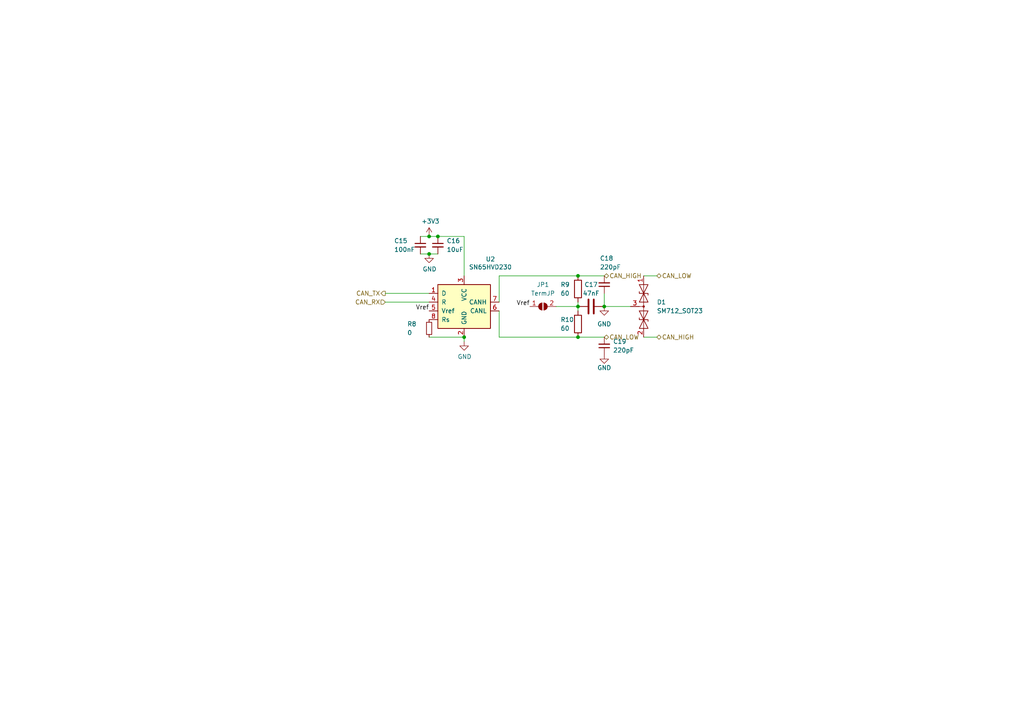
<source format=kicad_sch>
(kicad_sch (version 20230121) (generator eeschema)
  (paper "A4")
  (lib_symbols
    (symbol "Device:C" (pin_numbers hide) (pin_names (offset 0.254))
      (property "Reference" "C" (at 0.635 2.54 0))
      (property "Value" "C" (at 0.635 -2.54 0))
      (symbol "C_0_1"
        (polyline (pts (xy -2.032 -0.762) (xy 2.032 -0.762)) (stroke (width 0.508)))
        (polyline (pts (xy -2.032 0.762) (xy 2.032 0.762)) (stroke (width 0.508)))
      )
      (symbol "C_1_1"
        (pin passive line (at 0 3.81 270) (length 2.794) (name "~") (number "1"))
        (pin passive line (at 0 -3.81 90) (length 2.794) (name "~") (number "2"))
      )
    )
    (symbol "Device:C_Small" (pin_numbers hide) (pin_names (offset 0.254) hide)
      (property "Reference" "C" (at 0.254 1.778 0))
      (property "Value" "C_Small" (at 0.254 -2.032 0))
      (symbol "C_Small_0_1"
        (polyline (pts (xy -1.524 -0.508) (xy 1.524 -0.508)) (stroke (width 0.3302)))
        (polyline (pts (xy -1.524 0.508) (xy 1.524 0.508)) (stroke (width 0.3048)))
      )
      (symbol "C_Small_1_1"
        (pin passive line (at 0 2.54 270) (length 2.032) (name "~") (number "1"))
        (pin passive line (at 0 -2.54 90) (length 2.032) (name "~") (number "2"))
      )
    )
    (symbol "Device:R" (pin_numbers hide) (pin_names (offset 0))
      (property "Reference" "R" (at 2.032 0 90))
      (property "Value" "R" (at 0 0 90))
      (symbol "R_0_1"
        (rectangle (start -1.016 -2.54) (end 1.016 2.54) (stroke (width 0.254)))
      )
      (symbol "R_1_1"
        (pin passive line (at 0 3.81 270) (length 1.27) (name "~") (number "1"))
        (pin passive line (at 0 -3.81 90) (length 1.27) (name "~") (number "2"))
      )
    )
    (symbol "Device:R_Small" (pin_numbers hide) (pin_names (offset 0.254) hide)
      (property "Reference" "R" (at 0.762 0.508 0))
      (property "Value" "R_Small" (at 0.762 -1.016 0))
      (symbol "R_Small_0_1"
        (rectangle (start -0.762 1.778) (end 0.762 -1.778) (stroke (width 0.2032)))
      )
      (symbol "R_Small_1_1"
        (pin passive line (at 0 2.54 270) (length 0.762) (name "~") (number "1"))
        (pin passive line (at 0 -2.54 90) (length 0.762) (name "~") (number "2"))
      )
    )
    (symbol "Diode:SM712_SOT23" (pin_names (offset 1.016) hide)
      (property "Reference" "D" (at 0 4.445 0))
      (property "Value" "SM712_SOT23" (at 0 2.54 0))
      (symbol "SM712_SOT23_0_0"
        (polyline (pts (xy 0 -1.27) (xy 0 0)))
      )
      (symbol "SM712_SOT23_0_1"
        (polyline (pts (xy -6.35 0) (xy 6.35 0)))
        (polyline (pts (xy -3.302 1.27) (xy -3.81 1.27) (xy -3.81 -1.27) (xy -4.318 -1.27)) (stroke (width 0.2032)))
        (polyline (pts (xy 4.318 1.27) (xy 3.81 1.27) (xy 3.81 -1.27) (xy 3.302 -1.27)) (stroke (width 0.2032)))
        (polyline (pts (xy -6.35 -1.27) (xy -1.27 1.27) (xy -1.27 -1.27) (xy -6.35 1.27) (xy -6.35 -1.27)) (stroke (width 0.2032)))
        (polyline (pts (xy 1.27 -1.27) (xy 1.27 1.27) (xy 6.35 -1.27) (xy 6.35 1.27) (xy 1.27 -1.27)) (stroke (width 0.2032)))
        (circle (center 0 0) (radius 0.254) (fill (type outline)))
      )
      (symbol "SM712_SOT23_1_1"
        (pin passive line (at -8.89 0 0) (length 2.54) (name "A1") (number "1"))
        (pin passive line (at 8.89 0 180) (length 2.54) (name "A2") (number "2"))
        (pin input line (at 0 -3.81 90) (length 2.54) (name "common") (number "3"))
      )
    )
    (symbol "Interface_CAN_LIN:SN65HVD230" (pin_names (offset 1.016))
      (property "Reference" "U" (at -2.54 10.16 0))
      (property "Value" "SN65HVD230" (at -2.54 7.62 0))
      (symbol "SN65HVD230_0_1"
        (rectangle (start -7.62 5.08) (end 7.62 -7.62) (stroke (width 0.254)) (fill (type background)))
      )
      (symbol "SN65HVD230_1_1"
        (pin input line (at -10.16 2.54 0) (length 2.54) (name "D") (number "1"))
        (pin power_in line (at 0 -10.16 90) (length 2.54) (name "GND") (number "2"))
        (pin power_in line (at 0 7.62 270) (length 2.54) (name "VCC") (number "3"))
        (pin output line (at -10.16 0 0) (length 2.54) (name "R") (number "4"))
        (pin output line (at -10.16 -2.54 0) (length 2.54) (name "Vref") (number "5"))
        (pin bidirectional line (at 10.16 -2.54 180) (length 2.54) (name "CANL") (number "6"))
        (pin bidirectional line (at 10.16 0 180) (length 2.54) (name "CANH") (number "7"))
        (pin input line (at -10.16 -5.08 0) (length 2.54) (name "Rs") (number "8"))
      )
    )
    (symbol "Jumper:SolderJumper_2_Open" (pin_names (offset 0) hide)
      (property "Reference" "JP" (at 0 2.032 0))
      (property "Value" "SolderJumper_2_Open" (at 0 -2.54 0))
      (symbol "SolderJumper_2_Open_0_1"
        (arc (start -0.254 1.016) (mid -1.2656 0) (end -0.254 -1.016))
        (arc (start -0.254 1.016) (mid -1.2656 0) (end -0.254 -1.016) (fill (type outline)))
        (polyline (pts (xy -0.254 1.016) (xy -0.254 -1.016)))
        (polyline (pts (xy 0.254 1.016) (xy 0.254 -1.016)))
        (arc (start 0.254 -1.016) (mid 1.2656 0) (end 0.254 1.016))
        (arc (start 0.254 -1.016) (mid 1.2656 0) (end 0.254 1.016) (fill (type outline)))
      )
      (symbol "SolderJumper_2_Open_1_1"
        (pin passive line (at -3.81 0 0) (length 2.54) (name "A") (number "1"))
        (pin passive line (at 3.81 0 180) (length 2.54) (name "B") (number "2"))
      )
    )
    (symbol "power:+3.3V" (power) (pin_names (offset 0))
      (property "Value" "+3.3V" (at 0 3.556 0))
      (symbol "+3.3V_0_1"
        (polyline (pts (xy -0.762 1.27) (xy 0 2.54)))
        (polyline (pts (xy 0 0) (xy 0 2.54)))
        (polyline (pts (xy 0 2.54) (xy 0.762 1.27)))
      )
      (symbol "+3.3V_1_1"
        (pin power_in line (at 0 0 90) (length 0) hide (name "+3V3") (number "1"))
      )
    )
    (symbol "power:GND" (power) (pin_names (offset 0))
      (property "Value" "GND" (at 0 -3.81 0))
      (symbol "GND_0_1"
        (polyline (pts (xy 0 0) (xy 0 -1.27) (xy 1.27 -1.27) (xy 0 -2.54) (xy -1.27 -1.27) (xy 0 -1.27)))
      )
      (symbol "GND_1_1"
        (pin power_in line (at 0 0 270) (length 0) hide (name "GND") (number "1"))
      )
    )
  )
  (junction (at 124.46 73.66))
  (junction (at 167.64 88.9))
  (junction (at 124.46 68.58))
  (junction (at 167.64 80.01))
  (junction (at 175.26 88.9))
  (junction (at 167.64 97.79))
  (junction (at 127 68.58))
  (junction (at 134.62 97.79))
  (wire (pts (xy 186.69 97.79) (xy 190.5 97.79)))
  (wire (pts (xy 134.62 68.58) (xy 134.62 80.01)))
  (wire (pts (xy 121.92 73.66) (xy 124.46 73.66)))
  (wire (pts (xy 144.78 90.17) (xy 144.78 97.79)))
  (wire (pts (xy 175.26 85.09) (xy 175.26 88.9)))
  (wire (pts (xy 124.46 68.58) (xy 127 68.58)))
  (wire (pts (xy 175.26 88.9) (xy 182.88 88.9)))
  (wire (pts (xy 111.76 87.63) (xy 124.46 87.63)))
  (wire (pts (xy 167.64 97.79) (xy 175.26 97.79)))
  (wire (pts (xy 124.46 73.66) (xy 127 73.66)))
  (wire (pts (xy 167.64 88.9) (xy 167.64 90.17)))
  (wire (pts (xy 186.69 80.01) (xy 190.5 80.01)))
  (wire (pts (xy 111.76 85.09) (xy 124.46 85.09)))
  (wire (pts (xy 144.78 97.79) (xy 167.64 97.79)))
  (wire (pts (xy 167.64 87.63) (xy 167.64 88.9)))
  (wire (pts (xy 161.29 88.9) (xy 167.64 88.9)))
  (wire (pts (xy 124.46 97.79) (xy 134.62 97.79)))
  (wire (pts (xy 127 68.58) (xy 134.62 68.58)))
  (wire (pts (xy 121.92 68.58) (xy 124.46 68.58)))
  (wire (pts (xy 167.64 80.01) (xy 175.26 80.01)))
  (wire (pts (xy 134.62 99.06) (xy 134.62 97.79)))
  (wire (pts (xy 144.78 87.63) (xy 144.78 80.01)))
  (wire (pts (xy 144.78 80.01) (xy 167.64 80.01)))
  (label "Vref" (at 124.46 90.17 180))
  (label "Vref" (at 153.67 88.9 180))
  (hierarchical_label "CAN_RX" (shape input) (at 111.76 87.63 180))
  (hierarchical_label "CAN_HIGH" (shape bidirectional) (at 175.26 80.01 0))
  (hierarchical_label "CAN_TX" (shape output) (at 111.76 85.09 180))
  (hierarchical_label "CAN_HIGH" (shape bidirectional) (at 190.5 97.79 0))
  (hierarchical_label "CAN_LOW" (shape bidirectional) (at 190.5 80.01 0))
  (hierarchical_label "CAN_LOW" (shape bidirectional) (at 175.26 97.79 0))
  (symbol (lib_id "power:GND") (at 134.62 99.06 0) (unit 1)
    (property "Reference" "#PWR026" (effects hide))
    (property "Value" "GND" (at 134.747 103.4542 0))
  )
  (symbol (lib_id "power:+3.3V") (at 124.46 68.58 0) (unit 1)
    (property "Reference" "#PWR024" (effects hide))
    (property "Value" "+3.3V" (at 124.841 64.1858 0))
  )
  (symbol (lib_id "Interface_CAN_LIN:SN65HVD230") (at 134.62 87.63 0) (unit 1)
    (property "Reference" "U2" (at 142.24 75.1586 0))
    (property "Value" "SN65HVD230" (at 142.24 77.47 0))
    (property "Footprint" "Package_SO:SOIC-8_3.9x4.9mm_P1.27mm" (effects hide))
    (property "Datasheet" "http://www.ti.com/lit/ds/symlink/sn65hvd230.pdf" (effects hide))
  )
  (symbol (lib_id "Device:C_Small") (at 127 71.12 0) (unit 1)
    (property "Reference" "C16" (at 129.54 69.8562 0) (effects (justify left)))
    (property "Value" "10uF" (at 129.54 72.3962 0) (effects (justify left)))
    (property "Footprint" "Capacitor_SMD:C_0402_1005Metric" (effects hide))
  )
  (symbol (lib_id "Device:C_Small") (at 175.26 82.55 180) (unit 1)
    (property "Reference" "C18" (at 173.99 74.93 0) (effects (justify right)))
    (property "Value" "220pF" (at 173.99 77.47 0) (effects (justify right)))
    (property "Footprint" "Capacitor_SMD:C_0402_1005Metric" (effects hide))
  )
  (symbol (lib_id "Diode:SM712_SOT23") (at 186.69 88.9 270) (unit 1)
    (property "Reference" "D1" (at 190.5 87.63 90) (effects (justify left)))
    (property "Value" "SM712_SOT23" (at 190.5 90.17 90) (effects (justify left)))
    (property "Footprint" "Package_TO_SOT_SMD:SOT-23" (effects hide))
    (property "Datasheet" "https://www.littelfuse.com/~/media/electronics/datasheets/tvs_diode_arrays/littelfuse_tvs_diode_array_sm712_datasheet.pdf.pdf" (effects hide))
  )
  (symbol (lib_id "power:GND") (at 175.26 88.9 0) (unit 1)
    (property "Reference" "#PWR027" (effects hide))
    (property "Value" "GND" (at 175.26 93.98 0))
  )
  (symbol (lib_id "power:GND") (at 175.26 102.87 0) (unit 1)
    (property "Reference" "#PWR028" (effects hide))
    (property "Value" "GND" (at 175.26 106.68 0))
  )
  (symbol (lib_id "Device:C_Small") (at 121.92 71.12 0) (unit 1)
    (property "Reference" "C15" (at 114.3 69.85 0) (effects (justify left)))
    (property "Value" "100nF" (at 114.3 72.39 0) (effects (justify left)))
    (property "Footprint" "Capacitor_SMD:C_0402_1005Metric" (effects hide))
  )
  (symbol (lib_id "Device:R_Small") (at 124.46 95.25 0) (unit 1)
    (property "Reference" "R8" (at 118.11 93.98 0) (effects (justify left)))
    (property "Value" "0" (at 118.11 96.52 0) (effects (justify left)))
    (property "Footprint" "Resistor_SMD:R_0603_1608Metric" (effects hide))
  )
  (symbol (lib_id "Device:R") (at 167.64 93.98 0) (unit 1)
    (property "Reference" "R10" (at 162.56 92.71 0) (effects (justify left)))
    (property "Value" "60" (at 162.56 95.25 0) (effects (justify left)))
    (property "Footprint" "Resistor_SMD:R_0603_1608Metric" (effects hide))
  )
  (symbol (lib_id "Device:R") (at 167.64 83.82 0) (unit 1)
    (property "Reference" "R9" (at 162.56 82.55 0) (effects (justify left)))
    (property "Value" "60" (at 162.56 85.09 0) (effects (justify left)))
    (property "Footprint" "Resistor_SMD:R_0603_1608Metric" (effects hide))
  )
  (symbol (lib_id "Device:C") (at 171.45 88.9 90) (unit 1)
    (property "Reference" "C17" (at 171.45 82.55 90))
    (property "Value" "47nF" (at 171.45 85.09 90))
    (property "Footprint" "Capacitor_SMD:C_0402_1005Metric" (effects hide))
  )
  (symbol (lib_id "power:GND") (at 124.46 73.66 0) (unit 1)
    (property "Reference" "#PWR025" (effects hide))
    (property "Value" "GND" (at 124.587 78.0542 0))
  )
  (symbol (lib_id "Jumper:SolderJumper_2_Open") (at 157.48 88.9 0) (unit 1)
    (property "Reference" "JP1" (at 157.48 82.55 0))
    (property "Value" "TermJP" (at 157.48 85.09 0))
    (property "Footprint" "Jumper:SolderJumper-2_P1.3mm_Open_RoundedPad1.0x1.5mm" (effects hide))
  )
  (symbol (lib_id "Device:C_Small") (at 175.26 100.33 180) (unit 1)
    (property "Reference" "C19" (at 177.8 99.0535 0) (effects (justify right)))
    (property "Value" "220pF" (at 177.8 101.5935 0) (effects (justify right)))
    (property "Footprint" "Capacitor_SMD:C_0402_1005Metric" (effects hide))
  )
)
</source>
